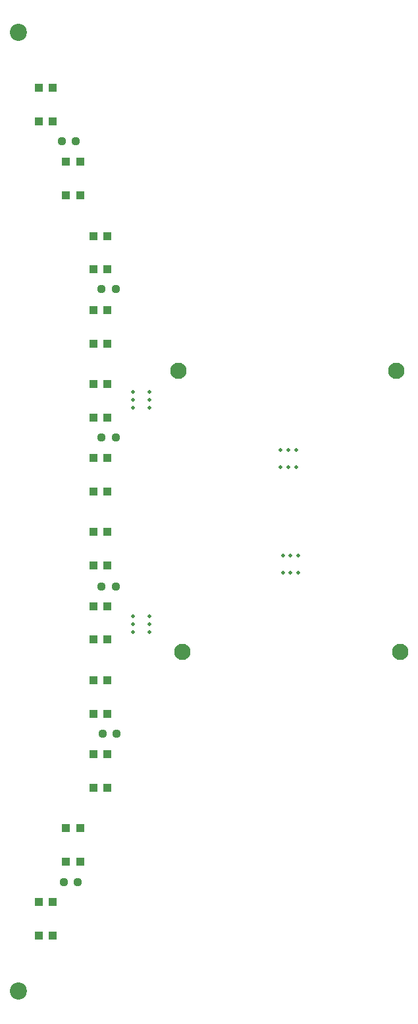
<source format=gbr>
%TF.GenerationSoftware,KiCad,Pcbnew,8.0.3*%
%TF.CreationDate,2025-05-12T21:07:43+02:00*%
%TF.ProjectId,IMU_PCBs,494d555f-5043-4427-932e-6b696361645f,rev?*%
%TF.SameCoordinates,Original*%
%TF.FileFunction,Soldermask,Bot*%
%TF.FilePolarity,Negative*%
%FSLAX46Y46*%
G04 Gerber Fmt 4.6, Leading zero omitted, Abs format (unit mm)*
G04 Created by KiCad (PCBNEW 8.0.3) date 2025-05-12 21:07:43*
%MOMM*%
%LPD*%
G01*
G04 APERTURE LIST*
G04 Aperture macros list*
%AMRoundRect*
0 Rectangle with rounded corners*
0 $1 Rounding radius*
0 $2 $3 $4 $5 $6 $7 $8 $9 X,Y pos of 4 corners*
0 Add a 4 corners polygon primitive as box body*
4,1,4,$2,$3,$4,$5,$6,$7,$8,$9,$2,$3,0*
0 Add four circle primitives for the rounded corners*
1,1,$1+$1,$2,$3*
1,1,$1+$1,$4,$5*
1,1,$1+$1,$6,$7*
1,1,$1+$1,$8,$9*
0 Add four rect primitives between the rounded corners*
20,1,$1+$1,$2,$3,$4,$5,0*
20,1,$1+$1,$4,$5,$6,$7,0*
20,1,$1+$1,$6,$7,$8,$9,0*
20,1,$1+$1,$8,$9,$2,$3,0*%
G04 Aperture macros list end*
%ADD10C,0.500000*%
%ADD11C,2.200000*%
%ADD12R,1.000000X1.000000*%
%ADD13RoundRect,0.237500X-0.250000X-0.237500X0.250000X-0.237500X0.250000X0.237500X-0.250000X0.237500X0*%
%ADD14RoundRect,0.237500X0.250000X0.237500X-0.250000X0.237500X-0.250000X-0.237500X0.250000X-0.237500X0*%
%ADD15C,2.100000*%
G04 APERTURE END LIST*
D10*
%TO.C,mouse-bite-2.54mm-4.66mm*%
X88357500Y-90331372D03*
X86227500Y-90331372D03*
X88357500Y-91331372D03*
X86227500Y-91341372D03*
X88357500Y-92331372D03*
X86227500Y-92331372D03*
%TD*%
%TO.C,mouse-bite-2.54mm-4.66mm*%
X86227500Y-121151372D03*
X88357500Y-121151372D03*
X86227500Y-120161372D03*
X88357500Y-120151372D03*
X86227500Y-119151372D03*
X88357500Y-119151372D03*
%TD*%
D11*
%TO.C,REF\u002A\u002A*%
X71505000Y-44221372D03*
%TD*%
D12*
%TO.C,U1*%
X75930000Y-51321370D03*
X74130000Y-51321370D03*
X74130000Y-55621370D03*
X75930000Y-55621370D03*
%TD*%
%TO.C,U3*%
X82930000Y-70321370D03*
X81130000Y-70321370D03*
X81130000Y-74621370D03*
X82930000Y-74621370D03*
%TD*%
D13*
%TO.C,R11*%
X82297500Y-134211372D03*
X84122500Y-134211372D03*
%TD*%
D14*
%TO.C,R5*%
X84012500Y-96211372D03*
X82187500Y-96211372D03*
%TD*%
D12*
%TO.C,U12*%
X75930000Y-155821370D03*
X74130000Y-155821370D03*
X74130000Y-160121370D03*
X75930000Y-160121370D03*
%TD*%
%TO.C,U8*%
X82930000Y-117821370D03*
X81130000Y-117821370D03*
X81130000Y-122121370D03*
X82930000Y-122121370D03*
%TD*%
%TO.C,U11*%
X79430000Y-146321370D03*
X77630000Y-146321370D03*
X77630000Y-150621370D03*
X79430000Y-150621370D03*
%TD*%
D14*
%TO.C,R16*%
X79142500Y-153261372D03*
X77317500Y-153261372D03*
%TD*%
D12*
%TO.C,U7*%
X82930000Y-108321370D03*
X81130000Y-108321370D03*
X81130000Y-112621370D03*
X82930000Y-112621370D03*
%TD*%
D13*
%TO.C,R8*%
X82205000Y-115321372D03*
X84030000Y-115321372D03*
%TD*%
D12*
%TO.C,U2*%
X79430000Y-60821370D03*
X77630000Y-60821370D03*
X77630000Y-65121370D03*
X79430000Y-65121370D03*
%TD*%
%TO.C,U4*%
X82930000Y-79821370D03*
X81130000Y-79821370D03*
X81130000Y-84121370D03*
X82930000Y-84121370D03*
%TD*%
D13*
%TO.C,R1*%
X77045000Y-58151372D03*
X78870000Y-58151372D03*
%TD*%
D12*
%TO.C,U9*%
X82930000Y-127321370D03*
X81130000Y-127321370D03*
X81130000Y-131621370D03*
X82930000Y-131621370D03*
%TD*%
%TO.C,U10*%
X82930000Y-136821370D03*
X81130000Y-136821370D03*
X81130000Y-141121370D03*
X82930000Y-141121370D03*
%TD*%
%TO.C,U6*%
X82930000Y-98821370D03*
X81130000Y-98821370D03*
X81130000Y-103121370D03*
X82930000Y-103121370D03*
%TD*%
%TO.C,U5*%
X82930000Y-89321370D03*
X81130000Y-89321370D03*
X81130000Y-93621370D03*
X82930000Y-93621370D03*
%TD*%
D14*
%TO.C,R2*%
X84012500Y-77171372D03*
X82187500Y-77171372D03*
%TD*%
D11*
%TO.C,REF\u002A\u002A*%
X71505000Y-167221372D03*
%TD*%
D15*
%TO.C,REF\u002A\u002A*%
X120560000Y-123710000D03*
%TD*%
D10*
%TO.C,mouse-bite-2.54mm-4.66mm*%
X105490000Y-111370000D03*
X105490000Y-113500000D03*
X106480000Y-111370000D03*
X106490000Y-113500000D03*
X107490000Y-111370000D03*
X107490000Y-113500000D03*
%TD*%
D15*
%TO.C,REF\u002A\u002A*%
X92070000Y-87630000D03*
%TD*%
%TO.C,REF\u002A\u002A*%
X92560000Y-123710000D03*
%TD*%
%TO.C,REF\u002A\u002A*%
X120070000Y-87630000D03*
%TD*%
D10*
%TO.C,mouse-bite-2.54mm-4.66mm*%
X105210000Y-97830000D03*
X105210000Y-99960000D03*
X106200000Y-97830000D03*
X106210000Y-99960000D03*
X107210000Y-97830000D03*
X107210000Y-99960000D03*
%TD*%
M02*

</source>
